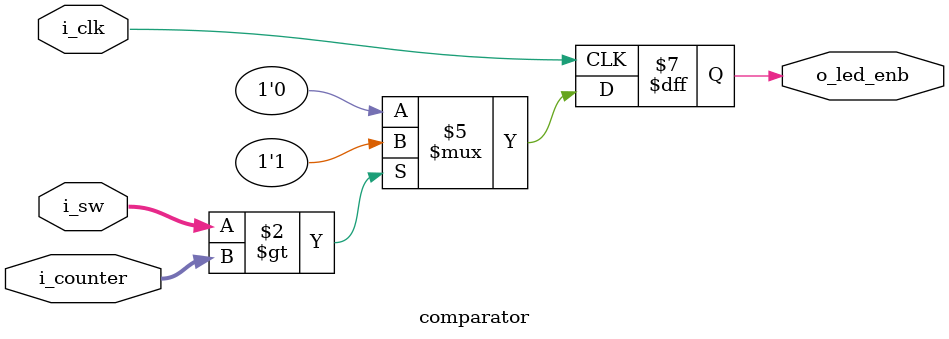
<source format=sv>

module comparator(i_clk, i_counter, i_sw, o_led_enb);
	
	input i_clk;
	input [3:0] i_sw;
	input [3:0] i_counter;
	
	output logic o_led_enb = 0;
	
	always@(posedge i_clk) begin
		if(i_sw > i_counter)
			o_led_enb <= 1'b1;
		else
			o_led_enb <= 1'b0;
	end
	
endmodule 
</source>
